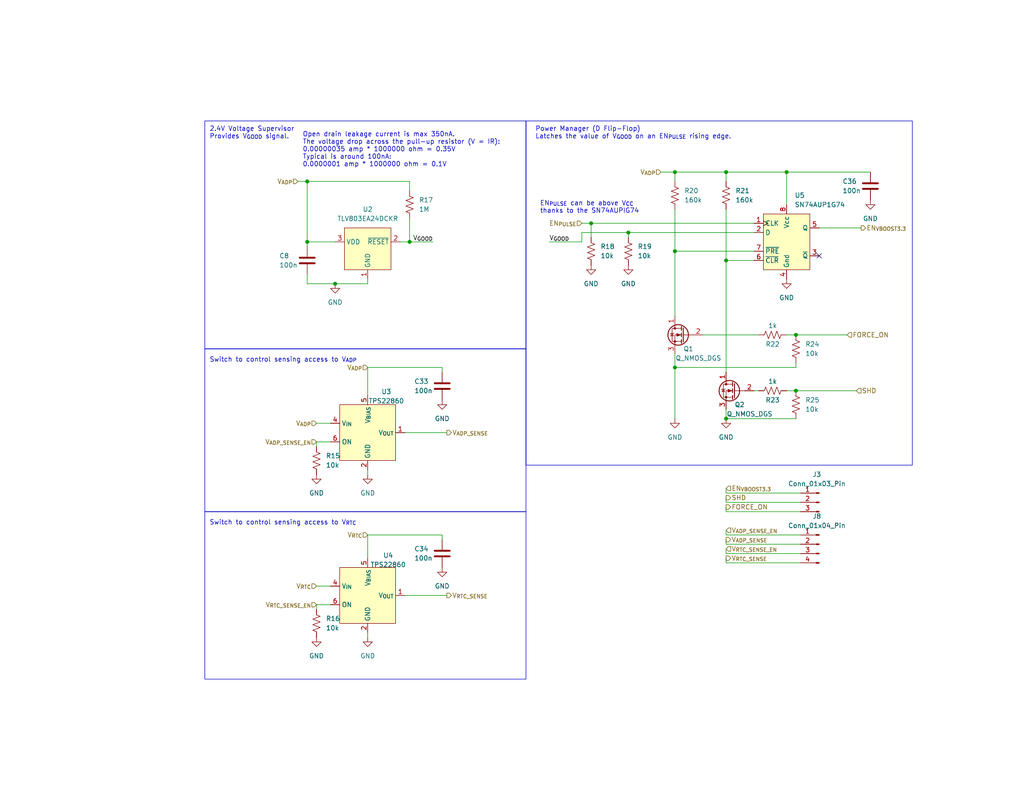
<source format=kicad_sch>
(kicad_sch (version 20231120) (generator "eeschema") (generator_version "8.0")
  (paper "USLetter")
  (title_block (title "Artemia: Power Management Subsystem") (date "2024-04-09") (rev "A") (company "UC San Diego") (comment 1 "Author: ${AUTHOR}"))
  (lib_symbols
    (symbol "Connector:Conn_01x03_Pin" (pin_names (offset 1.016) hide)
      (property "Reference" "J" (at 0 5.08 0))
      (property "Value" "Conn_01x03_Pin" (at 0 -5.08 0))
      (symbol "Conn_01x03_Pin_1_1"
        (polyline (pts (xy 1.27 -2.54) (xy 0.8636 -2.54)) (stroke (width 0.1524)))
        (polyline (pts (xy 1.27 0) (xy 0.8636 0)) (stroke (width 0.1524)))
        (polyline (pts (xy 1.27 2.54) (xy 0.8636 2.54)) (stroke (width 0.1524)))
        (rectangle (start 0.8636 -2.413) (end 0 -2.667) (stroke (width 0.1524)) (fill (type outline)))
        (rectangle (start 0.8636 0.127) (end 0 -0.127) (stroke (width 0.1524)) (fill (type outline)))
        (rectangle (start 0.8636 2.667) (end 0 2.413) (stroke (width 0.1524)) (fill (type outline)))
        (pin passive line (at 5.08 2.54 180) (length 3.81) (name "Pin_1") (number "1"))
        (pin passive line (at 5.08 0 180) (length 3.81) (name "Pin_2") (number "2"))
        (pin passive line (at 5.08 -2.54 180) (length 3.81) (name "Pin_3") (number "3"))
      )
    )
    (symbol "Connector:Conn_01x04_Pin" (pin_names (offset 1.016) hide)
      (property "Reference" "J" (at 0 5.08 0))
      (property "Value" "Conn_01x04_Pin" (at 0 -7.62 0))
      (symbol "Conn_01x04_Pin_1_1"
        (polyline (pts (xy 1.27 -5.08) (xy 0.8636 -5.08)) (stroke (width 0.1524)))
        (polyline (pts (xy 1.27 -2.54) (xy 0.8636 -2.54)) (stroke (width 0.1524)))
        (polyline (pts (xy 1.27 0) (xy 0.8636 0)) (stroke (width 0.1524)))
        (polyline (pts (xy 1.27 2.54) (xy 0.8636 2.54)) (stroke (width 0.1524)))
        (rectangle (start 0.8636 -4.953) (end 0 -5.207) (stroke (width 0.1524)) (fill (type outline)))
        (rectangle (start 0.8636 -2.413) (end 0 -2.667) (stroke (width 0.1524)) (fill (type outline)))
        (rectangle (start 0.8636 0.127) (end 0 -0.127) (stroke (width 0.1524)) (fill (type outline)))
        (rectangle (start 0.8636 2.667) (end 0 2.413) (stroke (width 0.1524)) (fill (type outline)))
        (pin passive line (at 5.08 2.54 180) (length 3.81) (name "Pin_1") (number "1"))
        (pin passive line (at 5.08 0 180) (length 3.81) (name "Pin_2") (number "2"))
        (pin passive line (at 5.08 -2.54 180) (length 3.81) (name "Pin_3") (number "3"))
        (pin passive line (at 5.08 -5.08 180) (length 3.81) (name "Pin_4") (number "4"))
      )
    )
    (symbol "Device:C" (pin_numbers hide) (pin_names (offset 0.254))
      (property "Reference" "C" (at 0.635 2.54 0))
      (property "Value" "C" (at 0.635 -2.54 0))
      (symbol "C_0_1"
        (polyline (pts (xy -2.032 -0.762) (xy 2.032 -0.762)) (stroke (width 0.508)))
        (polyline (pts (xy -2.032 0.762) (xy 2.032 0.762)) (stroke (width 0.508)))
      )
      (symbol "C_1_1"
        (pin passive line (at 0 3.81 270) (length 2.794) (name "~") (number "1"))
        (pin passive line (at 0 -3.81 90) (length 2.794) (name "~") (number "2"))
      )
    )
    (symbol "Device:Q_NMOS_DGS" (pin_names (offset 0) hide)
      (property "Reference" "Q" (at 5.08 1.27 0))
      (property "Value" "Q_NMOS_DGS" (at 5.08 -1.27 0))
      (symbol "Q_NMOS_DGS_0_1"
        (polyline (pts (xy 0.254 0) (xy -2.54 0)))
        (polyline (pts (xy 0.254 1.905) (xy 0.254 -1.905)) (stroke (width 0.254)))
        (polyline (pts (xy 0.762 -1.27) (xy 0.762 -2.286)) (stroke (width 0.254)))
        (polyline (pts (xy 0.762 0.508) (xy 0.762 -0.508)) (stroke (width 0.254)))
        (polyline (pts (xy 0.762 2.286) (xy 0.762 1.27)) (stroke (width 0.254)))
        (polyline (pts (xy 2.54 2.54) (xy 2.54 1.778)))
        (polyline (pts (xy 2.54 -2.54) (xy 2.54 0) (xy 0.762 0)))
        (polyline (pts (xy 0.762 -1.778) (xy 3.302 -1.778) (xy 3.302 1.778) (xy 0.762 1.778)))
        (polyline (pts (xy 1.016 0) (xy 2.032 0.381) (xy 2.032 -0.381) (xy 1.016 0)) (fill (type outline)))
        (polyline (pts (xy 2.794 0.508) (xy 2.921 0.381) (xy 3.683 0.381) (xy 3.81 0.254)))
        (polyline (pts (xy 3.302 0.381) (xy 2.921 -0.254) (xy 3.683 -0.254) (xy 3.302 0.381)))
        (circle (center 1.651 0) (radius 2.794) (stroke (width 0.254)))
        (circle (center 2.54 -1.778) (radius 0.254) (fill (type outline)))
        (circle (center 2.54 1.778) (radius 0.254) (fill (type outline)))
      )
      (symbol "Q_NMOS_DGS_1_1"
        (pin passive line (at 2.54 5.08 270) (length 2.54) (name "D") (number "1"))
        (pin input line (at -5.08 0 0) (length 2.54) (name "G") (number "2"))
        (pin passive line (at 2.54 -5.08 90) (length 2.54) (name "S") (number "3"))
      )
    )
    (symbol "Device:R_US" (pin_numbers hide) (pin_names (offset 0))
      (property "Reference" "R" (at 2.54 0 90))
      (property "Value" "R_US" (at -2.54 0 90))
      (symbol "R_US_0_1"
        (polyline (pts (xy 0 -2.286) (xy 0 -2.54)))
        (polyline (pts (xy 0 2.286) (xy 0 2.54)))
        (polyline (pts (xy 0 -0.762) (xy 1.016 -1.143) (xy 0 -1.524) (xy -1.016 -1.905) (xy 0 -2.286)))
        (polyline (pts (xy 0 0.762) (xy 1.016 0.381) (xy 0 0) (xy -1.016 -0.381) (xy 0 -0.762)))
        (polyline (pts (xy 0 2.286) (xy 1.016 1.905) (xy 0 1.524) (xy -1.016 1.143) (xy 0 0.762)))
      )
      (symbol "R_US_1_1"
        (pin passive line (at 0 3.81 270) (length 1.27) (name "~") (number "1"))
        (pin passive line (at 0 -3.81 90) (length 1.27) (name "~") (number "2"))
      )
    )
    (symbol "Marcano_Memory:SN74AUP1G74DCUR"
      (property "Reference" "U" (at 0 0 0))
      (property "Value" "SN74AUP1G74" (at -8.89 8.89 0))
      (symbol "SN74AUP1G74DCUR_1_1"
        (rectangle (start -6.35 7.62) (end 6.35 -7.62) (fill (type background)))
        (pin input clock (at -8.89 5.08 0) (length 2.54) (name "CLK") (number "1"))
        (pin input line (at -8.89 2.54 0) (length 2.54) (name "D") (number "2"))
        (pin output line (at 8.89 -3.81 180) (length 2.54) (name "~{Q}") (number "3"))
        (pin power_in line (at 0 -10.16 90) (length 2.54) (name "Gnd") (number "4"))
        (pin output line (at 8.89 3.81 180) (length 2.54) (name "Q") (number "5"))
        (pin input line (at -8.89 -5.08 0) (length 2.54) (name "~{CLR}") (number "6"))
        (pin input line (at -8.89 -2.54 0) (length 2.54) (name "~{PRE}") (number "7"))
        (pin power_in line (at 0 10.16 270) (length 2.54) (name "Vcc") (number "8"))
      )
    )
    (symbol "Marcano_Voltage_Regulator:TPS22860"
      (property "Reference" "U" (at 0 0 0))
      (property "Value" "TPS22860" (at -7.62 12.7 0))
      (symbol "TPS22860_1_1"
        (rectangle (start -7.62 7.62) (end 7.62 -7.62) (fill (type background)))
        (pin passive line (at 10.16 0 180) (length 2.54) (name "V_{OUT}") (number "1"))
        (pin power_in line (at 0 -10.16 90) (length 2.54) (name "GND") (number "2"))
        (pin no_connect line (at 10.16 -2.54 180) (length 2.54) hide (name "") (number "3"))
        (pin passive line (at -10.16 2.54 0) (length 2.54) (name "V_{IN}") (number "4"))
        (pin power_in line (at 0 10.16 270) (length 2.54) (name "V_{BIAS}") (number "5"))
        (pin input line (at -10.16 -2.54 0) (length 2.54) (name "ON") (number "6"))
      )
    )
    (symbol "Marcano_Voltage_Supervisor:TLV803EA24DCKR"
      (property "Reference" "U" (at 0 0 0))
      (property "Value" "TLV803EA24DCKR" (at 0 0 0))
      (symbol "TLV803EA24DCKR_0_1"
        (rectangle (start -6.35 -2.54) (end 6.35 -13.97) (fill (type background)))
      )
      (symbol "TLV803EA24DCKR_1_1"
        (pin power_in line (at 0 -16.51 90) (length 2.54) (name "GND") (number "1"))
        (pin output line (at 8.89 -6.35 180) (length 2.54) (name "~{RESET}") (number "2"))
        (pin power_in line (at -8.89 -6.35 0) (length 2.54) (name "VDD") (number "3"))
      )
    )
    (symbol "power:GND" (power) (pin_numbers hide) (pin_names (offset 0) hide)
      (property "Value" "GND" (at 0 -3.81 0))
      (symbol "GND_0_1"
        (polyline (pts (xy 0 0) (xy 0 -1.27) (xy 1.27 -1.27) (xy 0 -2.54) (xy -1.27 -1.27) (xy 0 -1.27)))
      )
      (symbol "GND_1_1"
        (pin power_in line (at 0 0 270) (length 0) (name "~") (number "1"))
      )
    )
  )
  (junction (at 171.45 63.5))
  (junction (at 217.17 91.44))
  (junction (at 91.44 77.47))
  (junction (at 217.17 106.68))
  (junction (at 83.82 49.53))
  (junction (at 83.82 66.04))
  (junction (at 198.12 46.99))
  (junction (at 111.76 66.04))
  (junction (at 184.15 46.99))
  (junction (at 214.63 46.99))
  (junction (at 184.15 68.58))
  (junction (at 198.12 114.3))
  (junction (at 198.12 71.12))
  (junction (at 184.15 100.33))
  (junction (at 161.29 60.96))
  (no_connect (at 223.52 69.85))
  (wire (pts (xy 184.15 46.99) (xy 198.12 46.99)))
  (wire (pts (xy 180.34 46.99) (xy 184.15 46.99)))
  (wire (pts (xy 83.82 77.47) (xy 91.44 77.47)))
  (wire (pts (xy 83.82 77.47) (xy 83.82 74.93)))
  (wire (pts (xy 86.36 160.02) (xy 90.17 160.02)))
  (wire (pts (xy 231.14 91.44) (xy 217.17 91.44)))
  (wire (pts (xy 205.74 106.68) (xy 207.01 106.68)))
  (wire (pts (xy 198.12 111.76) (xy 198.12 114.3)))
  (wire (pts (xy 198.12 137.16) (xy 198.12 135.89)))
  (wire (pts (xy 214.63 46.99) (xy 214.63 55.88)))
  (wire (pts (xy 111.76 59.69) (xy 111.76 66.04)))
  (wire (pts (xy 83.82 49.53) (xy 83.82 66.04)))
  (wire (pts (xy 109.22 66.04) (xy 111.76 66.04)))
  (wire (pts (xy 86.36 165.1) (xy 86.36 166.37)))
  (wire (pts (xy 110.49 118.11) (xy 121.92 118.11)))
  (wire (pts (xy 83.82 49.53) (xy 111.76 49.53)))
  (wire (pts (xy 184.15 68.58) (xy 184.15 86.36)))
  (wire (pts (xy 100.33 146.05) (xy 120.65 146.05)))
  (wire (pts (xy 184.15 100.33) (xy 217.17 100.33)))
  (wire (pts (xy 198.12 71.12) (xy 198.12 101.6)))
  (wire (pts (xy 198.12 148.59) (xy 218.44 148.59)))
  (wire (pts (xy 90.17 120.65) (xy 86.36 120.65)))
  (wire (pts (xy 198.12 139.7) (xy 198.12 138.43)))
  (wire (pts (xy 198.12 153.67) (xy 218.44 153.67)))
  (wire (pts (xy 158.75 60.96) (xy 161.29 60.96)))
  (wire (pts (xy 223.52 62.23) (xy 234.95 62.23)))
  (wire (pts (xy 184.15 46.99) (xy 184.15 49.53)))
  (wire (pts (xy 83.82 67.31) (xy 83.82 66.04)))
  (wire (pts (xy 100.33 128.27) (xy 100.33 129.54)))
  (wire (pts (xy 198.12 134.62) (xy 198.12 133.35)))
  (wire (pts (xy 86.36 115.57) (xy 90.17 115.57)))
  (wire (pts (xy 184.15 68.58) (xy 205.74 68.58)))
  (wire (pts (xy 217.17 114.3) (xy 198.12 114.3)))
  (wire (pts (xy 161.29 60.96) (xy 161.29 64.77)))
  (wire (pts (xy 100.33 100.33) (xy 100.33 107.95)))
  (wire (pts (xy 198.12 71.12) (xy 205.74 71.12)))
  (wire (pts (xy 217.17 99.06) (xy 217.17 100.33)))
  (wire (pts (xy 198.12 57.15) (xy 198.12 71.12)))
  (wire (pts (xy 120.65 146.05) (xy 120.65 147.32)))
  (wire (pts (xy 198.12 151.13) (xy 218.44 151.13)))
  (wire (pts (xy 184.15 96.52) (xy 184.15 100.33)))
  (wire (pts (xy 86.36 120.65) (xy 86.36 121.92)))
  (wire (pts (xy 214.63 46.99) (xy 237.49 46.99)))
  (wire (pts (xy 198.12 152.4) (xy 198.12 153.67)))
  (wire (pts (xy 120.65 100.33) (xy 120.65 101.6)))
  (wire (pts (xy 198.12 46.99) (xy 198.12 49.53)))
  (wire (pts (xy 158.75 63.5) (xy 158.75 66.04)))
  (wire (pts (xy 158.75 63.5) (xy 171.45 63.5)))
  (wire (pts (xy 111.76 66.04) (xy 118.11 66.04)))
  (wire (pts (xy 100.33 172.72) (xy 100.33 173.99)))
  (wire (pts (xy 86.36 165.1) (xy 90.17 165.1)))
  (wire (pts (xy 198.12 147.32) (xy 198.12 148.59)))
  (wire (pts (xy 198.12 146.05) (xy 218.44 146.05)))
  (wire (pts (xy 100.33 146.05) (xy 100.33 152.4)))
  (wire (pts (xy 184.15 57.15) (xy 184.15 68.58)))
  (wire (pts (xy 100.33 76.2) (xy 100.33 77.47)))
  (wire (pts (xy 184.15 100.33) (xy 184.15 114.3)))
  (wire (pts (xy 198.12 144.78) (xy 198.12 146.05)))
  (wire (pts (xy 171.45 63.5) (xy 205.74 63.5)))
  (wire (pts (xy 214.63 106.68) (xy 217.17 106.68)))
  (wire (pts (xy 198.12 149.86) (xy 198.12 151.13)))
  (wire (pts (xy 161.29 60.96) (xy 205.74 60.96)))
  (wire (pts (xy 83.82 66.04) (xy 91.44 66.04)))
  (wire (pts (xy 171.45 63.5) (xy 171.45 64.77)))
  (wire (pts (xy 198.12 139.7) (xy 218.44 139.7)))
  (wire (pts (xy 149.86 66.04) (xy 158.75 66.04)))
  (wire (pts (xy 233.68 106.68) (xy 217.17 106.68)))
  (wire (pts (xy 198.12 134.62) (xy 218.44 134.62)))
  (wire (pts (xy 191.77 91.44) (xy 207.01 91.44)))
  (wire (pts (xy 81.28 49.53) (xy 83.82 49.53)))
  (wire (pts (xy 217.17 91.44) (xy 214.63 91.44)))
  (wire (pts (xy 110.49 162.56) (xy 121.92 162.56)))
  (wire (pts (xy 198.12 137.16) (xy 218.44 137.16)))
  (wire (pts (xy 91.44 77.47) (xy 100.33 77.47)))
  (wire (pts (xy 100.33 100.33) (xy 120.65 100.33)))
  (wire (pts (xy 111.76 49.53) (xy 111.76 52.07)))
  (wire (pts (xy 198.12 46.99) (xy 214.63 46.99)))
  (rectangle (start 55.88 139.7) (end 143.51 185.42))
  (rectangle (start 143.51 33.02) (end 248.92 127))
  (rectangle (start 55.88 95.25) (end 143.51 139.7))
  (rectangle (start 55.88 33.02) (end 143.51 95.25))
  (text "EN_{PULSE} can be above V_{CC}\nthanks to the SN74AUPIG74" (at 147.32 58.42 0) (effects (font (size 1.27 1.27)) (justify left bottom)))
  (text "Open drain leakage current is max 350nA.\nThe voltage drop across the pull-up resistor (V = IR):\n0.00000035 amp * 1000000 ohm = 0.35V\nTypical is around 100nA:\n0.0000001 amp * 1000000 ohm = 0.1V" (at 82.55 45.72 0) (effects (font (size 1.27 1.27)) (justify left bottom)))
  (text "Switch to control sensing access to V_{ADP}" (at 57.15 99.06 0) (effects (font (size 1.27 1.27)) (justify left bottom)))
  (text "Switch to control sensing access to V_{RTC}" (at 57.15 143.51 0) (effects (font (size 1.27 1.27)) (justify left bottom)))
  (text "2.4V Voltage Supervisor\nProvides V_{GOOD} signal." (at 57.15 38.1 0) (effects (font (size 1.27 1.27)) (justify left bottom)))
  (text "Power Manager (D Flip-Flop)\nLatches the value of V_{GOOD} on an EN_{PULSE} rising edge." (at 146.05 38.1 0) (effects (font (size 1.27 1.27)) (justify left bottom)))
  (label "V_{GOOD}" (at 149.86 66.04 0))
  (label "V_{GOOD}" (at 118.11 66.04 180))
  (hierarchical_label "V_{ADP_SENSE}" (shape output) (at 121.92 118.11 0))
  (hierarchical_label "EN_{V_{BOOST3.3}}" (shape input) (at 198.12 133.35 0))
  (hierarchical_label "SHD" (shape output) (at 198.12 135.89 0))
  (hierarchical_label "V_{RTC}" (shape input) (at 100.33 146.05 180))
  (hierarchical_label "SHD" (shape input) (at 233.68 106.68 0))
  (hierarchical_label "V_{RTC_SENSE_EN}" (shape input) (at 198.12 149.86 0))
  (hierarchical_label "V_{RTC_SENSE}" (shape output) (at 121.92 162.56 0))
  (hierarchical_label "V_{RTC_SENSE_EN}" (shape input) (at 86.36 165.1 180))
  (hierarchical_label "V_{ADP}" (shape input) (at 180.34 46.99 180))
  (hierarchical_label "EN_{V_{BOOST3.3}}" (shape output) (at 234.95 62.23 0))
  (hierarchical_label "EN_{PULSE}" (shape input) (at 158.75 60.96 180))
  (hierarchical_label "V_{ADP}" (shape input) (at 100.33 100.33 180))
  (hierarchical_label "FORCE_ON" (shape input) (at 231.14 91.44 0))
  (hierarchical_label "V_{ADP_SENSE}" (shape output) (at 198.12 147.32 0))
  (hierarchical_label "FORCE_ON" (shape output) (at 198.12 138.43 0))
  (hierarchical_label "V_{ADP}" (shape input) (at 86.36 115.57 180))
  (hierarchical_label "V_{RTC_SENSE}" (shape output) (at 198.12 152.4 0))
  (hierarchical_label "V_{ADP_SENSE_EN}" (shape input) (at 198.12 144.78 0))
  (hierarchical_label "V_{ADP_SENSE_EN}" (shape input) (at 86.36 120.65 180))
  (hierarchical_label "V_{RTC}" (shape input) (at 86.36 160.02 180))
  (hierarchical_label "V_{ADP}" (shape input) (at 81.28 49.53 180))
  (symbol (lib_id "Device:R_US") (at 171.45 68.58 0) (unit 1)
    (property "Reference" "R19" (at 173.99 67.31 0) (effects (justify left)))
    (property "Value" "10k" (at 173.99 69.85 0) (effects (justify left)))
    (property "Footprint" "Resistor_SMD:R_0603_1608Metric_Pad0.98x0.95mm_HandSolder" (effects (hide yes)))
    (property "Datasheet" "https://www.seielect.com/catalog/sei-rmcf_rmcp.pdf" (effects (hide yes)))
    (property "Description" "Resistor, US symbol" (effects (hide yes)))
    (property "Digikey Product Number" "RMCF0603FT10K0TR-ND" (effects (hide yes)))
    (property "Manufacturer Product Number" "RMCF0603FT10K0" (effects (hide yes)))
  )
  (symbol (lib_id "Device:C") (at 237.49 50.8 0) (unit 1)
    (property "Reference" "C36" (at 229.87 49.53 0) (effects (justify left)))
    (property "Value" "100n" (at 229.87 52.07 0) (effects (justify left)))
    (property "Footprint" "Capacitor_SMD:C_0603_1608Metric_Pad1.08x0.95mm_HandSolder" (effects (hide yes)))
    (property "Datasheet" "https://mm.digikey.com/Volume0/opasdata/d220001/medias/docus/658/CL10B104KB8NNWC_Spec.pdf" (effects (hide yes)))
    (property "Description" "Unpolarized capacitor" (effects (hide yes)))
    (property "Digikey Product Number" "1276-1935-2-ND" (effects (hide yes)))
    (property "Manufacturer Product Number" "CL10B104KB8NNWC" (effects (hide yes)))
    (instances (project "artemia" (path "" (reference "C36") (unit 1))) (project "latch" (path "" (reference "C?") (unit 1))))
  )
  (symbol (lib_id "power:GND") (at 86.36 173.99 0) (unit 1)
    (property "Reference" "#PWR025" (effects (hide yes)))
    (property "Value" "GND" (at 86.36 179.07 0))
    (property "Description" "Power symbol creates a global label with name \"GND\" , ground" (effects (hide yes)))
  )
  (symbol (lib_id "Connector:Conn_01x03_Pin") (at 223.52 137.16 0) (mirror y) (unit 1)
    (property "Reference" "J3" (at 222.885 129.54 0))
    (property "Value" "Conn_01x03_Pin" (at 222.885 132.08 0))
    (property "Footprint" "Connector_PinHeader_2.54mm:PinHeader_1x03_P2.54mm_Vertical" (effects (hide yes)))
    (property "Description" "Generic connector, single row, 01x03, script generated" (effects (hide yes)))
  )
  (symbol (lib_id "Marcano_Voltage_Regulator:TPS22860") (at 100.33 162.56 0) (unit 1)
    (property "Reference" "U4" (at 105.918 151.638 0))
    (property "Value" "TPS22860" (at 105.918 154.178 0))
    (property "Footprint" "Package_TO_SOT_SMD:SOT-23-6_Handsoldering" (effects (hide yes)))
    (property "Datasheet" "https://www.ti.com/lit/ds/symlink/tps22860.pdf" (effects (hide yes)))
    (property "Digikey Product Number" "296-43982-2-ND" (effects (hide yes)))
    (property "Manufacturer Product Number" "TPS22860" (effects (hide yes)))
  )
  (symbol (lib_id "Device:Q_NMOS_DGS") (at 200.66 106.68 0) (mirror y) (unit 1)
    (property "Reference" "Q2" (at 203.2 110.49 0) (effects (justify left)))
    (property "Value" "Q_NMOS_DGS" (at 210.82 113.03 0) (effects (justify left)))
    (property "Footprint" "Package_TO_SOT_SMD:SOT-23_Handsoldering" (effects (hide yes)))
    (property "Datasheet" "https://mm.digikey.com/Volume0/opasdata/d220001/medias/docus/4847/DS_4530_BSS123.pdf" (effects (hide yes)))
    (property "Description" "N-MOSFET transistor, drain/gate/source" (effects (hide yes)))
    (property "Manufacturer Product Number" "BSS123" (effects (hide yes)))
    (property "Digikey Product Number" "4530-BSS123CT-ND" (effects (hide yes)))
  )
  (symbol (lib_id "Device:R_US") (at 217.17 95.25 0) (unit 1)
    (property "Reference" "R24" (at 219.71 93.98 0) (effects (justify left)))
    (property "Value" "10k" (at 219.71 96.52 0) (effects (justify left)))
    (property "Footprint" "Resistor_SMD:R_0603_1608Metric_Pad0.98x0.95mm_HandSolder" (effects (hide yes)))
    (property "Datasheet" "https://www.seielect.com/catalog/sei-rmcf_rmcp.pdf" (effects (hide yes)))
    (property "Description" "Resistor, US symbol" (effects (hide yes)))
    (property "Digikey Product Number" "RMCF0603FT10K0TR-ND" (effects (hide yes)))
    (property "Manufacturer Product Number" "RMCF0603FT10K0" (effects (hide yes)))
  )
  (symbol (lib_id "Device:C") (at 120.65 105.41 0) (unit 1)
    (property "Reference" "C33" (at 113.03 104.14 0) (effects (justify left)))
    (property "Value" "100n" (at 113.03 106.68 0) (effects (justify left)))
    (property "Footprint" "Capacitor_SMD:C_0603_1608Metric_Pad1.08x0.95mm_HandSolder" (effects (hide yes)))
    (property "Datasheet" "https://mm.digikey.com/Volume0/opasdata/d220001/medias/docus/658/CL10B104KB8NNWC_Spec.pdf" (effects (hide yes)))
    (property "Description" "Unpolarized capacitor" (effects (hide yes)))
    (property "Digikey Product Number" "1276-1935-2-ND" (effects (hide yes)))
    (property "Manufacturer Product Number" "CL10B104KB8NNWC" (effects (hide yes)))
    (instances (project "artemia" (path "" (reference "C33") (unit 1))) (project "latch" (path "" (reference "C?") (unit 1))))
  )
  (symbol (lib_id "Device:R_US") (at 161.29 68.58 0) (unit 1)
    (property "Reference" "R18" (at 163.83 67.31 0) (effects (justify left)))
    (property "Value" "10k" (at 163.83 69.85 0) (effects (justify left)))
    (property "Footprint" "Resistor_SMD:R_0603_1608Metric_Pad0.98x0.95mm_HandSolder" (effects (hide yes)))
    (property "Datasheet" "https://www.seielect.com/catalog/sei-rmcf_rmcp.pdf" (effects (hide yes)))
    (property "Description" "Resistor, US symbol" (effects (hide yes)))
    (property "Digikey Product Number" "RMCF0603FT10K0TR-ND" (effects (hide yes)))
    (property "Manufacturer Product Number" "RMCF0603FT10K0" (effects (hide yes)))
  )
  (symbol (lib_id "Device:R_US") (at 86.36 170.18 0) (unit 1)
    (property "Reference" "R16" (at 88.9 168.91 0) (effects (justify left)))
    (property "Value" "10k" (at 88.9 171.45 0) (effects (justify left)))
    (property "Footprint" "Resistor_SMD:R_0603_1608Metric_Pad0.98x0.95mm_HandSolder" (effects (hide yes)))
    (property "Datasheet" "https://www.seielect.com/catalog/sei-rmcf_rmcp.pdf" (effects (hide yes)))
    (property "Description" "Resistor, US symbol" (effects (hide yes)))
    (property "Digikey Product Number" "RMCF0603FT10K0TR-ND" (effects (hide yes)))
    (property "Manufacturer Product Number" "RMCF0603FT10K0" (effects (hide yes)))
  )
  (symbol (lib_id "power:GND") (at 184.15 114.3 0) (mirror y) (unit 1)
    (property "Reference" "#PWR031" (effects (hide yes)))
    (property "Value" "GND" (at 184.15 119.38 0))
    (property "Description" "Power symbol creates a global label with name \"GND\" , ground" (effects (hide yes)))
  )
  (symbol (lib_id "Device:R_US") (at 198.12 53.34 0) (unit 1)
    (property "Reference" "R21" (at 200.66 52.07 0) (effects (justify left)))
    (property "Value" "160k" (at 200.66 54.61 0) (effects (justify left)))
    (property "Footprint" "Resistor_SMD:R_0603_1608Metric_Pad0.98x0.95mm_HandSolder" (effects (hide yes)))
    (property "Datasheet" "https://www.seielect.com/catalog/sei-rmcf_rmcp.pdf" (effects (hide yes)))
    (property "Description" "Resistor, US symbol" (effects (hide yes)))
    (property "Digikey Product Number" "RMCF0603FT160KTR-ND" (effects (hide yes)))
    (property "Manufacturer Product Number" "RMCF0603FT160K" (effects (hide yes)))
  )
  (symbol (lib_id "power:GND") (at 91.44 77.47 0) (unit 1)
    (property "Reference" "#PWR026" (effects (hide yes)))
    (property "Value" "GND" (at 91.44 82.55 0))
    (property "Description" "Power symbol creates a global label with name \"GND\" , ground" (effects (hide yes)))
  )
  (symbol (lib_id "Device:R_US") (at 210.82 106.68 90) (unit 1)
    (property "Reference" "R23" (at 210.82 109.22 90))
    (property "Value" "1k" (at 210.82 104.14 90))
    (property "Footprint" "Resistor_SMD:R_0603_1608Metric_Pad0.98x0.95mm_HandSolder" (effects (hide yes)))
    (property "Datasheet" "https://www.seielect.com/catalog/sei-rmcf_rmcp.pdf" (effects (hide yes)))
    (property "Description" "Resistor, US symbol" (effects (hide yes)))
    (property "Digikey Product Number" "RMCF0603FT1K00TR-ND" (effects (hide yes)))
    (property "Manufacturer Product Number" "RMCF0603FT1K00" (effects (hide yes)))
  )
  (symbol (lib_id "Connector:Conn_01x04_Pin") (at 223.52 148.59 0) (mirror y) (unit 1)
    (property "Reference" "J8" (at 222.885 140.97 0))
    (property "Value" "Conn_01x04_Pin" (at 222.885 143.51 0))
    (property "Footprint" "Connector_PinHeader_2.54mm:PinHeader_1x04_P2.54mm_Vertical" (effects (hide yes)))
    (property "Description" "Generic connector, single row, 01x04, script generated" (effects (hide yes)))
  )
  (symbol (lib_id "power:GND") (at 237.49 54.61 0) (mirror y) (unit 1)
    (property "Reference" "#PWR075" (effects (hide yes)))
    (property "Value" "GND" (at 237.49 59.69 0))
    (property "Description" "Power symbol creates a global label with name \"GND\" , ground" (effects (hide yes)))
  )
  (symbol (lib_id "power:GND") (at 171.45 72.39 0) (unit 1)
    (property "Reference" "#PWR030" (effects (hide yes)))
    (property "Value" "GND" (at 171.45 77.47 0))
    (property "Description" "Power symbol creates a global label with name \"GND\" , ground" (effects (hide yes)))
  )
  (symbol (lib_id "power:GND") (at 100.33 129.54 0) (unit 1)
    (property "Reference" "#PWR027" (effects (hide yes)))
    (property "Value" "GND" (at 100.33 134.62 0))
    (property "Description" "Power symbol creates a global label with name \"GND\" , ground" (effects (hide yes)))
  )
  (symbol (lib_id "power:GND") (at 161.29 72.39 0) (unit 1)
    (property "Reference" "#PWR029" (effects (hide yes)))
    (property "Value" "GND" (at 161.29 77.47 0))
    (property "Description" "Power symbol creates a global label with name \"GND\" , ground" (effects (hide yes)))
  )
  (symbol (lib_id "power:GND") (at 120.65 109.22 0) (unit 1)
    (property "Reference" "#PWR072" (effects (hide yes)))
    (property "Value" "GND" (at 120.65 114.3 0))
    (property "Description" "Power symbol creates a global label with name \"GND\" , ground" (effects (hide yes)))
  )
  (symbol (lib_id "power:GND") (at 100.33 173.99 0) (unit 1)
    (property "Reference" "#PWR028" (effects (hide yes)))
    (property "Value" "GND" (at 100.33 179.07 0))
    (property "Description" "Power symbol creates a global label with name \"GND\" , ground" (effects (hide yes)))
  )
  (symbol (lib_id "Device:R_US") (at 184.15 53.34 0) (unit 1)
    (property "Reference" "R20" (at 186.69 52.07 0) (effects (justify left)))
    (property "Value" "160k" (at 186.69 54.61 0) (effects (justify left)))
    (property "Footprint" "Resistor_SMD:R_0603_1608Metric_Pad0.98x0.95mm_HandSolder" (effects (hide yes)))
    (property "Datasheet" "https://www.seielect.com/catalog/sei-rmcf_rmcp.pdf" (effects (hide yes)))
    (property "Description" "Resistor, US symbol" (effects (hide yes)))
    (property "Digikey Product Number" "RMCF0603FT160KTR-ND" (effects (hide yes)))
    (property "Manufacturer Product Number" "RMCF0603FT160K" (effects (hide yes)))
  )
  (symbol (lib_id "Device:R_US") (at 86.36 125.73 0) (unit 1)
    (property "Reference" "R15" (at 88.9 124.46 0) (effects (justify left)))
    (property "Value" "10k" (at 88.9 127 0) (effects (justify left)))
    (property "Footprint" "Resistor_SMD:R_0603_1608Metric_Pad0.98x0.95mm_HandSolder" (effects (hide yes)))
    (property "Datasheet" "https://www.seielect.com/catalog/sei-rmcf_rmcp.pdf" (effects (hide yes)))
    (property "Description" "Resistor, US symbol" (effects (hide yes)))
    (property "Digikey Product Number" "RMCF0603FT10K0TR-ND" (effects (hide yes)))
    (property "Manufacturer Product Number" "RMCF0603FT10K0" (effects (hide yes)))
  )
  (symbol (lib_id "power:GND") (at 86.36 129.54 0) (unit 1)
    (property "Reference" "#PWR024" (effects (hide yes)))
    (property "Value" "GND" (at 86.36 134.62 0))
    (property "Description" "Power symbol creates a global label with name \"GND\" , ground" (effects (hide yes)))
  )
  (symbol (lib_id "power:GND") (at 198.12 114.3 0) (mirror y) (unit 1)
    (property "Reference" "#PWR032" (effects (hide yes)))
    (property "Value" "GND" (at 198.12 119.38 0))
    (property "Description" "Power symbol creates a global label with name \"GND\" , ground" (effects (hide yes)))
  )
  (symbol (lib_id "Device:R_US") (at 111.76 55.88 180) (unit 1)
    (property "Reference" "R17" (at 114.3 54.6099 0) (effects (justify right)))
    (property "Value" "1M" (at 114.3 57.1499 0) (effects (justify right)))
    (property "Footprint" "Resistor_SMD:R_0603_1608Metric_Pad0.98x0.95mm_HandSolder" (effects (hide yes)))
    (property "Datasheet" "http://www.passivecomponent.com/wp-content/uploads/chipR/ASC_WR.pdf" (effects (hide yes)))
    (property "Description" "Resistor, US symbol" (effects (hide yes)))
    (property "Digikey Product Number" "1292-WR06X1004FTLTR-ND" (effects (hide yes)))
    (property "Manufacturer Product Number" "WR06X1004FTL" (effects (hide yes)))
    (instances (project "artemia" (path "" (reference "R17") (unit 1))) (project "latch" (path "" (reference "R?") (unit 1))))
  )
  (symbol (lib_id "Marcano_Voltage_Supervisor:TLV803EA24DCKR") (at 100.33 59.69 0) (unit 1)
    (property "Reference" "U2" (at 100.33 57.15 0))
    (property "Value" "TLV803EA24DCKR" (at 100.33 59.69 0))
    (property "Footprint" "Package_TO_SOT_SMD:SOT-323_SC-70_Handsoldering" (effects (hide yes)))
    (property "Datasheet" "https://www.ti.com/lit/ds/symlink/tlv803e.pdf" (effects (hide yes)))
    (property "Digikey Product Number" "296-TLV803EA24DCKRTR-ND" (effects (hide yes)))
    (property "Manufacturer Product Number" "TLV803EA24DCKR" (effects (hide yes)))
    (instances (project "artemia" (path "" (reference "U2") (unit 1))) (project "latch" (path "" (reference "U?") (unit 1))))
  )
  (symbol (lib_id "Device:R_US") (at 217.17 110.49 0) (unit 1)
    (property "Reference" "R25" (at 219.71 109.22 0) (effects (justify left)))
    (property "Value" "10k" (at 219.71 111.76 0) (effects (justify left)))
    (property "Footprint" "Resistor_SMD:R_0603_1608Metric_Pad0.98x0.95mm_HandSolder" (effects (hide yes)))
    (property "Datasheet" "https://www.seielect.com/catalog/sei-rmcf_rmcp.pdf" (effects (hide yes)))
    (property "Description" "Resistor, US symbol" (effects (hide yes)))
    (property "Digikey Product Number" "RMCF0603FT10K0TR-ND" (effects (hide yes)))
    (property "Manufacturer Product Number" "RMCF0603FT10K0" (effects (hide yes)))
  )
  (symbol (lib_id "Device:C") (at 120.65 151.13 0) (unit 1)
    (property "Reference" "C34" (at 113.03 149.86 0) (effects (justify left)))
    (property "Value" "100n" (at 113.03 152.4 0) (effects (justify left)))
    (property "Footprint" "Capacitor_SMD:C_0603_1608Metric_Pad1.08x0.95mm_HandSolder" (effects (hide yes)))
    (property "Datasheet" "https://mm.digikey.com/Volume0/opasdata/d220001/medias/docus/658/CL10B104KB8NNWC_Spec.pdf" (effects (hide yes)))
    (property "Description" "Unpolarized capacitor" (effects (hide yes)))
    (property "Digikey Product Number" "1276-1935-2-ND" (effects (hide yes)))
    (property "Manufacturer Product Number" "CL10B104KB8NNWC" (effects (hide yes)))
    (instances (project "artemia" (path "" (reference "C34") (unit 1))) (project "latch" (path "" (reference "C?") (unit 1))))
  )
  (symbol (lib_id "Marcano_Memory:SN74AUP1G74DCUR") (at 214.63 66.04 0) (unit 1)
    (property "Reference" "U5" (at 216.8241 53.34 0) (effects (justify left)))
    (property "Value" "SN74AUP1G74" (at 216.8241 55.88 0) (effects (justify left)))
    (property "Footprint" "Package_SO:VSSOP-8_2.3x2mm_P0.5mm" (effects (hide yes)))
    (property "Datasheet" "https://www.ti.com/lit/ds/symlink/sn74aup1g74.pdf" (effects (hide yes)))
    (property "Digikey Product Number" "296-19761-2-ND" (effects (hide yes)))
    (property "Manufacturer Product Number" "SN74AUP1G74DCUR" (effects (hide yes)))
  )
  (symbol (lib_id "power:GND") (at 120.65 154.94 0) (unit 1)
    (property "Reference" "#PWR073" (effects (hide yes)))
    (property "Value" "GND" (at 120.65 160.02 0))
    (property "Description" "Power symbol creates a global label with name \"GND\" , ground" (effects (hide yes)))
  )
  (symbol (lib_id "Device:C") (at 83.82 71.12 0) (unit 1)
    (property "Reference" "C8" (at 76.2 69.85 0) (effects (justify left)))
    (property "Value" "100n" (at 76.2 72.39 0) (effects (justify left)))
    (property "Footprint" "Capacitor_SMD:C_0603_1608Metric_Pad1.08x0.95mm_HandSolder" (effects (hide yes)))
    (property "Datasheet" "https://mm.digikey.com/Volume0/opasdata/d220001/medias/docus/658/CL10B104KB8NNWC_Spec.pdf" (effects (hide yes)))
    (property "Description" "Unpolarized capacitor" (effects (hide yes)))
    (property "Digikey Product Number" "1276-1935-2-ND" (effects (hide yes)))
    (property "Manufacturer Product Number" "CL10B104KB8NNWC" (effects (hide yes)))
    (instances (project "artemia" (path "" (reference "C8") (unit 1))) (project "latch" (path "" (reference "C?") (unit 1))))
  )
  (symbol (lib_id "Device:R_US") (at 210.82 91.44 90) (unit 1)
    (property "Reference" "R22" (at 210.82 93.98 90))
    (property "Value" "1k" (at 210.82 88.9 90))
    (property "Footprint" "Resistor_SMD:R_0603_1608Metric_Pad0.98x0.95mm_HandSolder" (effects (hide yes)))
    (property "Datasheet" "https://www.seielect.com/catalog/sei-rmcf_rmcp.pdf" (effects (hide yes)))
    (property "Description" "Resistor, US symbol" (effects (hide yes)))
    (property "Digikey Product Number" "RMCF0603FT1K00TR-ND" (effects (hide yes)))
    (property "Manufacturer Product Number" "RMCF0603FT1K00" (effects (hide yes)))
  )
  (symbol (lib_id "power:GND") (at 214.63 76.2 0) (unit 1)
    (property "Reference" "#PWR033" (effects (hide yes)))
    (property "Value" "GND" (at 214.63 81.28 0))
    (property "Description" "Power symbol creates a global label with name \"GND\" , ground" (effects (hide yes)))
  )
  (symbol (lib_id "Marcano_Voltage_Regulator:TPS22860") (at 100.33 118.11 0) (unit 1)
    (property "Reference" "U3" (at 105.41 106.934 0))
    (property "Value" "TPS22860" (at 105.41 109.474 0))
    (property "Footprint" "Package_TO_SOT_SMD:SOT-23-6_Handsoldering" (effects (hide yes)))
    (property "Datasheet" "https://www.ti.com/lit/ds/symlink/tps22860.pdf" (effects (hide yes)))
    (property "Digikey Product Number" "296-43982-2-ND" (effects (hide yes)))
    (property "Manufacturer Product Number" "TPS22860" (effects (hide yes)))
  )
  (symbol (lib_id "Device:Q_NMOS_DGS") (at 186.69 91.44 0) (mirror y) (unit 1)
    (property "Reference" "Q1" (at 189.23 95.25 0) (effects (justify left)))
    (property "Value" "Q_NMOS_DGS" (at 196.85 97.79 0) (effects (justify left)))
    (property "Footprint" "Package_TO_SOT_SMD:SOT-23_Handsoldering" (effects (hide yes)))
    (property "Datasheet" "https://mm.digikey.com/Volume0/opasdata/d220001/medias/docus/4847/DS_4530_BSS123.pdf" (effects (hide yes)))
    (property "Description" "N-MOSFET transistor, drain/gate/source" (effects (hide yes)))
    (property "Manufacturer Product Number" "BSS123" (effects (hide yes)))
    (property "Digikey Product Number" "4530-BSS123CT-ND" (effects (hide yes)))
  )
)
</source>
